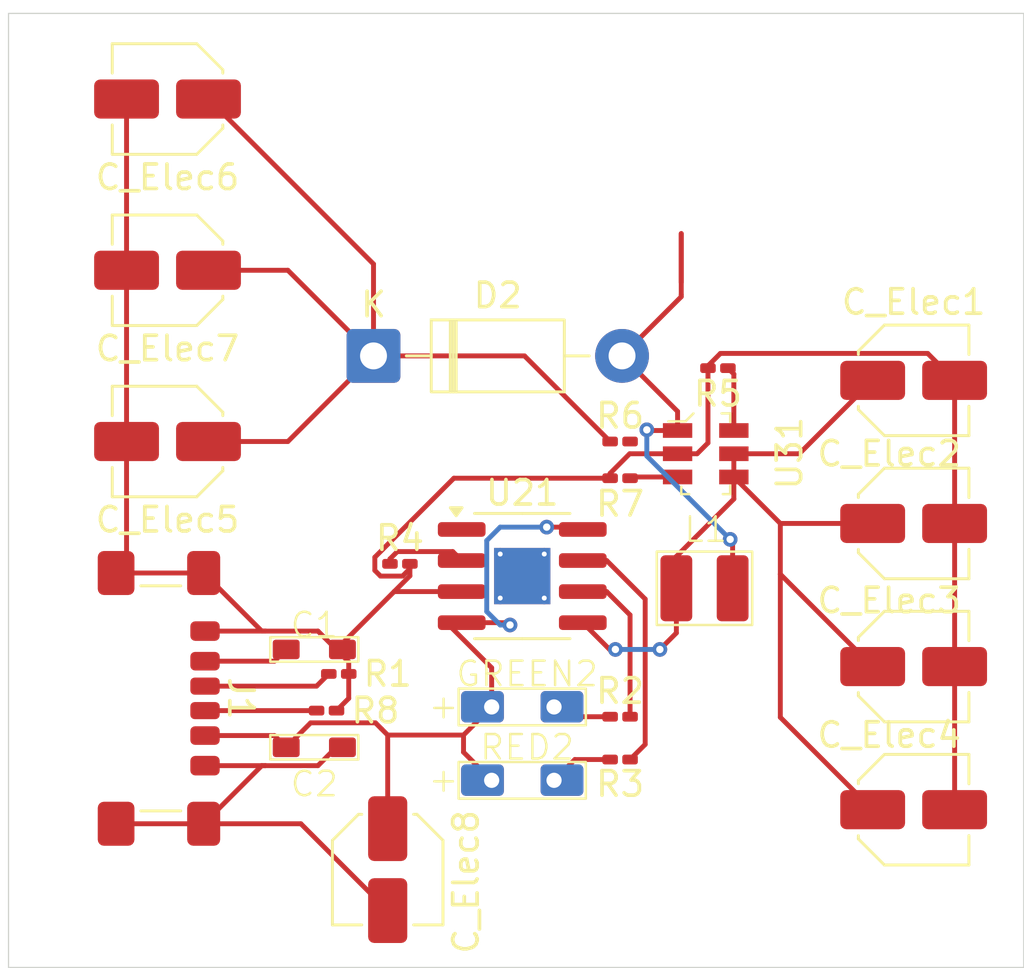
<source format=kicad_pcb>
(kicad_pcb (version 20241229) (generator "pcbnew") (generator_version "9.0")
  (layers (0 "F.Cu" signal) (2 "B.Cu" signal) (13 "F.Paste" user) (15 "B.Paste" user) (5 "F.SilkS" user "F.Silkscreen") (7 "B.SilkS" user "B.Silkscreen") (1 "F.Mask" user) (3 "B.Mask" user) (25 "Edge.Cuts" user))
  (net 0 "")
  (net 1 "BAT-")
  (net 2 "VBUS")
  (net 3 "Net-(J1-VBUS_B)")
  (net 4 "VCC")
  (net 5 "Net-(D2-A)")
  (net 6 "Net-(GREEN2-K)")
  (net 7 "Net-(J1-CC1)")
  (net 8 "Net-(J1-CC2)")
  (net 9 "BAT+")
  (net 10 "Net-(RED2-K)")
  (net 11 "Net-(U31-FB)")
  (net 12 "Net-(U21-STDBY#)")
  (net 13 "Net-(U21-CHRG#)")
  (net 14 "Net-(U21-PROG)")
  (net 15 "Net-(U31-OC)")
  (footprint "Diode_THT:D_DO-41_SOD81_P10.16mm_Horizontal" (layer "F.Cu") (at 73.42 89.5)
    (property "Reference" "D2" (at 5.08 -2.47 0) (layer "F.SilkS"))
    (property "Value" "D1")
    (fp_line (start 1.34 0) (end 2.36 0) (stroke (width 0.12)) (layer "F.SilkS"))
    (fp_line (start 3.14 -1.47) (end 3.14 1.47) (stroke (width 0.12)) (layer "F.SilkS"))
    (fp_line (start 3.26 -1.47) (end 3.26 1.47) (stroke (width 0.12)) (layer "F.SilkS"))
    (fp_line (start 3.38 -1.47) (end 3.38 1.47) (stroke (width 0.12)) (layer "F.SilkS"))
    (fp_line (start 8.82 0) (end 7.8 0) (stroke (width 0.12)) (layer "F.SilkS"))
    (fp_rect (start 2.36 -1.47) (end 7.8 1.47) (stroke (width 0.12)) (fill no) (layer "F.SilkS"))
    (fp_text user "K" (at 0 -2.1 0) (layer "F.SilkS"))
    (pad "1" thru_hole roundrect (at 0 0) (size 2.2 2.2) (drill 1.1) (layers "*.Cu" "*.Mask") (roundrect_rratio 0.113636) (net 4 "VCC"))
    (pad "2" thru_hole circle (at 10.16 0) (size 2.2 2.2) (drill 1.1) (layers "*.Cu" "*.Mask") (net 5 "Net-(D2-A)"))
  )
  (footprint "Capacitor_SMD:C_Elec_4x5.4" (layer "F.Cu") (at 65 86 180)
    (property "Reference" "C_Elec7" (at 0 -3.2 0) (layer "F.SilkS"))
    (property "Value" "10uF")
    (fp_line (start 2.26 2.26) (end 2.26 1.06) (stroke (width 0.12)) (layer "F.SilkS"))
    (fp_line (start 2.26 -2.26) (end 2.26 -1.06) (stroke (width 0.12)) (layer "F.SilkS"))
    (fp_line (start -1.195563 2.26) (end 2.26 2.26) (stroke (width 0.12)) (layer "F.SilkS"))
    (fp_line (start -1.195563 -2.26) (end 2.26 -2.26) (stroke (width 0.12)) (layer "F.SilkS"))
    (fp_line (start -2.26 1.195563) (end -1.195563 2.26) (stroke (width 0.12)) (layer "F.SilkS"))
    (fp_line (start -2.26 1.195563) (end -2.26 1.06) (stroke (width 0.12)) (layer "F.SilkS"))
    (fp_line (start -2.26 -1.195563) (end -1.195563 -2.26) (stroke (width 0.12)) (layer "F.SilkS"))
    (fp_line (start -2.26 -1.195563) (end -2.26 -1.06) (stroke (width 0.12)) (layer "F.SilkS"))
    (pad "1" smd roundrect (at -1.675 0 180) (size 2.65 1.6) (layers "F.Cu" "F.Mask" "F.Paste") (roundrect_rratio 0.15625) (net 4 "VCC"))
    (pad "2" smd roundrect (at 1.675 0 180) (size 2.65 1.6) (layers "F.Cu" "F.Mask" "F.Paste") (roundrect_rratio 0.15625) (net 1 "BAT-"))
  )
  (footprint "Resistor_SMD:R_0201_0603Metric_Pad0.64x0.40mm_HandSolder" (layer "F.Cu") (at 71.5 104)
    (property "Reference" "R8" (at 2 0 0) (layer "F.SilkS"))
    (property "Value" "10k")
    (pad "1" smd roundrect (at -0.4075 0) (size 0.635 0.4) (layers "F.Cu" "F.Mask") (net 8 "Net-(J1-CC2)"))
    (pad "2" smd roundrect (at 0.4075 0) (size 0.635 0.4) (layers "F.Cu" "F.Mask") (net 1 "BAT-"))
  )
  (footprint "Capacitor_SMD:C_Elec_4x5.4" (layer "F.Cu") (at 65 79 180)
    (property "Reference" "C_Elec6" (at 0 -3.2 0) (layer "F.SilkS"))
    (property "Value" "10uF")
    (fp_line (start 2.26 2.26) (end 2.26 1.06) (stroke (width 0.12)) (layer "F.SilkS"))
    (fp_line (start 2.26 -2.26) (end 2.26 -1.06) (stroke (width 0.12)) (layer "F.SilkS"))
    (fp_line (start -1.195563 2.26) (end 2.26 2.26) (stroke (width 0.12)) (layer "F.SilkS"))
    (fp_line (start -1.195563 -2.26) (end 2.26 -2.26) (stroke (width 0.12)) (layer "F.SilkS"))
    (fp_line (start -2.26 1.195563) (end -1.195563 2.26) (stroke (width 0.12)) (layer "F.SilkS"))
    (fp_line (start -2.26 1.195563) (end -2.26 1.06) (stroke (width 0.12)) (layer "F.SilkS"))
    (fp_line (start -2.26 -1.195563) (end -1.195563 -2.26) (stroke (width 0.12)) (layer "F.SilkS"))
    (fp_line (start -2.26 -1.195563) (end -2.26 -1.06) (stroke (width 0.12)) (layer "F.SilkS"))
    (pad "1" smd roundrect (at -1.675 0 180) (size 2.65 1.6) (layers "F.Cu" "F.Mask" "F.Paste") (roundrect_rratio 0.15625) (net 4 "VCC"))
    (pad "2" smd roundrect (at 1.675 0 180) (size 2.65 1.6) (layers "F.Cu" "F.Mask" "F.Paste") (roundrect_rratio 0.15625) (net 1 "BAT-"))
  )
  (footprint "Library:red diode" (layer "F.Cu") (at 79.5 103.5)
    (property "Reference" "GREEN2" (at 0.2 -1 0) (layer "F.SilkS") (effects (font (thickness 0.1))))
    (property "Value" "LED")
    (fp_rect (start -2.6 -0.4) (end 2.6 1.1) (stroke (width 0.1)) (fill no) (layer "F.SilkS"))
    (fp_text user "+" (at -3.9 0.9 0) (layer "F.SilkS") (effects (font (thickness 0.1)) (justify left bottom)))
    (pad "1" thru_hole roundrect (at 1.3 0.35) (size 1.75 1.285) (drill 0.62 (offset 0.325 -0.0075)) (layers "*.Cu" "*.Mask") (roundrect_rratio 0.15) (net 6 "Net-(GREEN2-K)"))
    (pad "2" thru_hole roundrect (at -1.25 0.35) (size 1.75 1.285) (drill 0.62 (offset -0.375 -0.0075)) (layers "*.Cu" "*.Mask") (roundrect_rratio 0.15) (net 2 "VBUS"))
  )
  (footprint "Resistor_SMD:R_0201_0603Metric_Pad0.64x0.40mm_HandSolder" (layer "F.Cu") (at 83.5 106)
    (property "Reference" "R3" (at 0 1 0) (layer "F.SilkS"))
    (property "Value" "600")
    (pad "1" smd roundrect (at -0.4075 0) (size 0.635 0.4) (layers "F.Cu" "F.Mask") (net 10 "Net-(RED2-K)"))
    (pad "2" smd roundrect (at 0.4075 0) (size 0.635 0.4) (layers "F.Cu" "F.Mask") (net 13 "Net-(U21-CHRG#)"))
  )
  (footprint "Resistor_SMD:R_0201_0603Metric_Pad0.64x0.40mm_HandSolder" (layer "F.Cu") (at 72 102.5)
    (property "Reference" "R1" (at 2 0 0) (layer "F.SilkS"))
    (property "Value" "10k")
    (pad "1" smd roundrect (at -0.4075 0) (size 0.635 0.4) (layers "F.Cu" "F.Mask") (net 7 "Net-(J1-CC1)"))
    (pad "2" smd roundrect (at 0.4075 0) (size 0.635 0.4) (layers "F.Cu" "F.Mask") (net 1 "BAT-"))
  )
  (footprint "Capacitor_SMD:C_Elec_4x5.4" (layer "F.Cu") (at 95.5 90.5)
    (property "Reference" "C_Elec1" (at 0 -3.2 0) (layer "F.SilkS"))
    (property "Value" "10uF")
    (fp_line (start -2.26 -1.195563) (end -2.26 -1.06) (stroke (width 0.12)) (layer "F.SilkS"))
    (fp_line (start -2.26 -1.195563) (end -1.195563 -2.26) (stroke (width 0.12)) (layer "F.SilkS"))
    (fp_line (start -2.26 1.195563) (end -2.26 1.06) (stroke (width 0.12)) (layer "F.SilkS"))
    (fp_line (start -2.26 1.195563) (end -1.195563 2.26) (stroke (width 0.12)) (layer "F.SilkS"))
    (fp_line (start -1.195563 -2.26) (end 2.26 -2.26) (stroke (width 0.12)) (layer "F.SilkS"))
    (fp_line (start -1.195563 2.26) (end 2.26 2.26) (stroke (width 0.12)) (layer "F.SilkS"))
    (fp_line (start 2.26 -2.26) (end 2.26 -1.06) (stroke (width 0.12)) (layer "F.SilkS"))
    (fp_line (start 2.26 2.26) (end 2.26 1.06) (stroke (width 0.12)) (layer "F.SilkS"))
    (pad "1" smd roundrect (at -1.675 0) (size 2.65 1.6) (layers "F.Cu" "F.Mask" "F.Paste") (roundrect_rratio 0.15625) (net 9 "BAT+"))
    (pad "2" smd roundrect (at 1.675 0) (size 2.65 1.6) (layers "F.Cu" "F.Mask" "F.Paste") (roundrect_rratio 0.15625) (net 1 "BAT-"))
  )
  (footprint "Library:C0805F104K1RACAUTO" (layer "F.Cu") (at 71 101.5)
    (property "Reference" "C1" (at 0 -1 0) (layer "F.SilkS") (effects (font (thickness 0.1))))
    (property "Value" "100n")
    (fp_rect (start -1.8 -0.5) (end 1.8 0.5) (stroke (width 0.1)) (fill no) (layer "F.SilkS"))
    (pad "1" smd roundrect (at -1.15 0) (size 1.1 0.8) (layers "F.Cu" "F.Mask" "F.Paste") (roundrect_rratio 0.15) (net 3 "Net-(J1-VBUS_B)"))
    (pad "2" smd roundrect (at 0.9 0) (size 1.1 0.8) (drill (offset 0.25 0)) (layers "F.Cu" "F.Mask" "F.Paste") (roundrect_rratio 0.15) (net 1 "BAT-"))
  )
  (footprint "Resistor_SMD:R_0201_0603Metric_Pad0.64x0.40mm_HandSolder" (layer "F.Cu") (at 83.5 104.25)
    (property "Reference" "R2" (at 0 -1.05 0) (layer "F.SilkS"))
    (property "Value" "600")
    (pad "1" smd roundrect (at -0.4075 0) (size 0.635 0.4) (layers "F.Cu" "F.Mask") (net 6 "Net-(GREEN2-K)"))
    (pad "2" smd roundrect (at 0.4075 0) (size 0.635 0.4) (layers "F.Cu" "F.Mask") (net 12 "Net-(U21-STDBY#)"))
  )
  (footprint "Connector_USB:USB_C_Receptacle_GCT_USB4135-GF-A_6P_TopMnt_Horizontal" (layer "F.Cu") (at 63.5 103.5 -90)
    (property "Reference" "J1" (at 0 -4.5 270) (layer "F.SilkS"))
    (property "Value" "USB4135-GF-A_REVA")
    (fp_line (start -4.6 -2.04) (end -4.6 -0.41) (stroke (width 0.12)) (layer "F.SilkS"))
    (fp_line (start 4.6 -2.04) (end 4.6 -0.41) (stroke (width 0.12)) (layer "F.SilkS"))
    (pad "A5" smd roundrect (at -0.5 -3.0325 270) (size 0.7 1.2) (layers "F.Cu" "F.Mask" "F.Paste") (net 7 "Net-(J1-CC1)"))
    (pad "A9" smd roundrect (at 1.52 -3.0325 90) (size 0.76 1.2) (layers "F.Cu" "F.Mask" "F.Paste") (net 2 "VBUS"))
    (pad "A12" smd roundrect (at 2.75 -3.0325 90) (size 0.8 1.2) (layers "F.Cu" "F.Mask" "F.Paste") (net 1 "BAT-"))
    (pad "B5" smd roundrect (at 0.5 -3.0325 90) (size 0.7 1.2) (layers "F.Cu" "F.Mask" "F.Paste") (net 8 "Net-(J1-CC2)"))
    (pad "B9" smd roundrect (at -1.52 -3.0325 270) (size 0.76 1.2) (layers "F.Cu" "F.Mask" "F.Paste") (net 3 "Net-(J1-VBUS_B)"))
    (pad "B12" smd roundrect (at -2.75 -3.0325 270) (size 0.8 1.2) (layers "F.Cu" "F.Mask" "F.Paste") (net 1 "BAT-"))
    (pad "S1" smd roundrect (at -5.125 -2.9775 270) (size 1.8 1.35) (layers "F.Cu" "F.Mask" "F.Paste") (roundrect_rratio 0.1851851852) (net 1 "BAT-"))
    (pad "S1" smd roundrect (at -5.125 0.6025 270) (size 1.8 1.5) (layers "F.Cu" "F.Mask" "F.Paste") (roundrect_rratio 0.1666666667) (net 1 "BAT-"))
    (pad "S1" smd roundrect (at 5.125 -2.9775 270) (size 1.8 1.35) (layers "F.Cu" "F.Mask" "F.Paste") (roundrect_rratio 0.1851851852) (net 1 "BAT-"))
    (pad "S1" smd roundrect (at 5.125 0.6025 270) (size 1.8 1.5) (layers "F.Cu" "F.Mask" "F.Paste") (roundrect_rratio 0.1666666667) (net 1 "BAT-"))
  )
  (footprint "Resistor_SMD:R_0201_0603Metric_Pad0.64x0.40mm_HandSolder" (layer "F.Cu") (at 87.5 90 180)
    (property "Reference" "R5" (at 0 -1.05 0) (layer "F.SilkS"))
    (property "Value" "48k")
    (pad "1" smd roundrect (at -0.4075 0 180) (size 0.635 0.4) (layers "F.Cu" "F.Mask") (net 15 "Net-(U31-OC)"))
    (pad "2" smd roundrect (at 0.4075 0 180) (size 0.635 0.4) (layers "F.Cu" "F.Mask") (net 1 "BAT-"))
  )
  (footprint "Resistor_SMD:R_0201_0603Metric_Pad0.64x0.40mm_HandSolder" (layer "F.Cu") (at 83.5 93)
    (property "Reference" "R6" (at 0 -1.05 0) (layer "F.SilkS"))
    (property "Value" "88k")
    (pad "1" smd roundrect (at -0.4075 0) (size 0.635 0.4) (layers "F.Cu" "F.Mask") (net 4 "VCC"))
    (pad "2" smd roundrect (at 0.4075 0) (size 0.635 0.4) (layers "F.Cu" "F.Mask") (net 11 "Net-(U31-FB)"))
  )
  (footprint "Capacitor_SMD:C_Elec_4x5.4" (layer "F.Cu") (at 74 110.5 -90)
    (property "Reference" "C_Elec8" (at 0.5 -3.2 90) (layer "F.SilkS"))
    (property "Value" "10uF")
    (fp_line (start -1.195563 2.26) (end 2.26 2.26) (stroke (width 0.12)) (layer "F.SilkS"))
    (fp_line (start 2.26 2.26) (end 2.26 1.06) (stroke (width 0.12)) (layer "F.SilkS"))
    (fp_line (start -2.26 1.195563) (end -1.195563 2.26) (stroke (width 0.12)) (layer "F.SilkS"))
    (fp_line (start -2.26 1.195563) (end -2.26 1.06) (stroke (width 0.12)) (layer "F.SilkS"))
    (fp_line (start -2.26 -1.195563) (end -2.26 -1.06) (stroke (width 0.12)) (layer "F.SilkS"))
    (fp_line (start -2.26 -1.195563) (end -1.195563 -2.26) (stroke (width 0.12)) (layer "F.SilkS"))
    (fp_line (start -1.195563 -2.26) (end 2.26 -2.26) (stroke (width 0.12)) (layer "F.SilkS"))
    (fp_line (start 2.26 -2.26) (end 2.26 -1.06) (stroke (width 0.12)) (layer "F.SilkS"))
    (pad "1" smd roundrect (at -1.675 0 270) (size 2.65 1.6) (layers "F.Cu" "F.Mask" "F.Paste") (roundrect_rratio 0.15625) (net 2 "VBUS"))
    (pad "2" smd roundrect (at 1.675 0 270) (size 2.65 1.6) (layers "F.Cu" "F.Mask" "F.Paste") (roundrect_rratio 0.15625) (net 1 "BAT-"))
  )
  (footprint "Library:SOT23-6L" (layer "F.Cu") (at 87 93.5 -90)
    (property "Reference" "U31" (at -0.025 -3.425 90) (layer "F.SilkS"))
    (property "Value" "FP6291")
    (fp_line (start 1.65 1) (end 1.35 1) (stroke (width 0.1)) (layer "F.SilkS"))
    (fp_line (start -1.325 0.825) (end -1.325 1.525) (stroke (width 0.1)) (layer "F.SilkS"))
    (fp_line (start 1.65 0.675) (end 1.65 1) (stroke (width 0.1)) (layer "F.SilkS"))
    (fp_line (start -1.65 0.5) (end -1.325 0.825) (stroke (width 0.1)) (layer "F.SilkS"))
    (fp_line (start -1.65 -1) (end -1.65 -0.65) (stroke (width 0.1)) (layer "F.SilkS"))
    (fp_line (start -1.3 -1) (end -1.65 -1) (stroke (width 0.1)) (layer "F.SilkS"))
    (fp_line (start 1.3 -1) (end 1.65 -1) (stroke (width 0.1)) (layer "F.SilkS"))
    (fp_line (start 1.65 -1) (end 1.65 -0.7) (stroke (width 0.1)) (layer "F.SilkS"))
    (pad "1" smd rect (at -0.95 1.15 270) (size 0.6 1.2) (layers "F.Cu" "F.Mask" "F.Paste") (net 5 "Net-(D2-A)"))
    (pad "2" smd rect (at 0 1.15 270) (size 0.6 1.2) (layers "F.Cu" "F.Mask" "F.Paste") (net 1 "BAT-"))
    (pad "3" smd rect (at 0.95 1.15 270) (size 0.6 1.2) (layers "F.Cu" "F.Mask" "F.Paste") (net 11 "Net-(U31-FB)"))
    (pad "4" smd rect (at 0.95 -1.15 270) (size 0.6 1.2) (layers "F.Cu" "F.Mask" "F.Paste") (net 9 "BAT+"))
    (pad "5" smd rect (at 0 -1.15 270) (size 0.6 1.2) (layers "F.Cu" "F.Mask" "F.Paste") (net 9 "BAT+"))
    (pad "6" smd rect (at -0.95 -1.15 270) (size 0.6 1.2) (layers "F.Cu" "F.Mask" "F.Paste") (net 15 "Net-(U31-OC)"))
  )
  (footprint "Capacitor_SMD:C_Elec_4x5.4" (layer "F.Cu") (at 95.5 102.2)
    (property "Reference" "C_Elec3" (at -1 -2.7 0) (layer "F.SilkS"))
    (property "Value" "10uF")
    (fp_line (start -2.26 -1.195563) (end -2.26 -1.06) (stroke (width 0.12)) (layer "F.SilkS"))
    (fp_line (start -2.26 -1.195563) (end -1.195563 -2.26) (stroke (width 0.12)) (layer "F.SilkS"))
    (fp_line (start -2.26 1.195563) (end -2.26 1.06) (stroke (width 0.12)) (layer "F.SilkS"))
    (fp_line (start -2.26 1.195563) (end -1.195563 2.26) (stroke (width 0.12)) (layer "F.SilkS"))
    (fp_line (start -1.195563 -2.26) (end 2.26 -2.26) (stroke (width 0.12)) (layer "F.SilkS"))
    (fp_line (start -1.195563 2.26) (end 2.26 2.26) (stroke (width 0.12)) (layer "F.SilkS"))
    (fp_line (start 2.26 -2.26) (end 2.26 -1.06) (stroke (width 0.12)) (layer "F.SilkS"))
    (fp_line (start 2.26 2.26) (end 2.26 1.06) (stroke (width 0.12)) (layer "F.SilkS"))
    (pad "1" smd roundrect (at -1.675 0) (size 2.65 1.6) (layers "F.Cu" "F.Mask" "F.Paste") (roundrect_rratio 0.15625) (net 9 "BAT+"))
    (pad "2" smd roundrect (at 1.675 0) (size 2.65 1.6) (layers "F.Cu" "F.Mask" "F.Paste") (roundrect_rratio 0.15625) (net 1 "BAT-"))
  )
  (footprint "Library:C0805F104K1RACAUTO" (layer "F.Cu") (at 71 105.5)
    (property "Reference" "C2" (at 0 1.5 0) (layer "F.SilkS") (effects (font (thickness 0.1))))
    (property "Value" "100n")
    (fp_rect (start -1.8 -0.5) (end 1.8 0.5) (stroke (width 0.1)) (fill no) (layer "F.SilkS"))
    (pad "1" smd roundrect (at -1.15 0) (size 1.1 0.8) (layers "F.Cu" "F.Mask" "F.Paste") (roundrect_rratio 0.15) (net 2 "VBUS"))
    (pad "2" smd roundrect (at 0.9 0) (size 1.1 0.8) (drill (offset 0.25 0)) (layers "F.Cu" "F.Mask" "F.Paste") (roundrect_rratio 0.15) (net 1 "BAT-"))
  )
  (footprint "Library:LCXHF3030QKT4R7MNR" (layer "F.Cu") (at 87 99)
    (property "Reference" "L1" (at 0 -2.4 0) (layer "F.SilkS") (effects (font (thickness 0.1))))
    (property "Value" "4.7uH")
    (fp_rect (start -2 -1.5) (end 1.9 1.5) (stroke (width 0.1)) (fill no) (layer "F.SilkS"))
    (pad "1" smd roundrect (at -1.2 0) (size 1.3 2.7) (layers "F.Cu" "F.Mask" "F.Paste") (roundrect_rratio 0.15) (net 9 "BAT+"))
    (pad "2" smd roundrect (at 1.1 0) (size 1.3 2.7) (layers "F.Cu" "F.Mask" "F.Paste") (roundrect_rratio 0.15) (net 5 "Net-(D2-A)"))
  )
  (footprint "Capacitor_SMD:C_Elec_4x5.4" (layer "F.Cu") (at 95.5 108.05)
    (property "Reference" "C_Elec4" (at -1 -3.05 0) (layer "F.SilkS"))
    (property "Value" "10uF")
    (fp_line (start -2.26 -1.195563) (end -2.26 -1.06) (stroke (width 0.12)) (layer "F.SilkS"))
    (fp_line (start -2.26 -1.195563) (end -1.195563 -2.26) (stroke (width 0.12)) (layer "F.SilkS"))
    (fp_line (start -2.26 1.195563) (end -2.26 1.06) (stroke (width 0.12)) (layer "F.SilkS"))
    (fp_line (start -2.26 1.195563) (end -1.195563 2.26) (stroke (width 0.12)) (layer "F.SilkS"))
    (fp_line (start -1.195563 -2.26) (end 2.26 -2.26) (stroke (width 0.12)) (layer "F.SilkS"))
    (fp_line (start -1.195563 2.26) (end 2.26 2.26) (stroke (width 0.12)) (layer "F.SilkS"))
    (fp_line (start 2.26 -2.26) (end 2.26 -1.06) (stroke (width 0.12)) (layer "F.SilkS"))
    (fp_line (start 2.26 2.26) (end 2.26 1.06) (stroke (width 0.12)) (layer "F.SilkS"))
    (pad "1" smd roundrect (at -1.675 0) (size 2.65 1.6) (layers "F.Cu" "F.Mask" "F.Paste") (roundrect_rratio 0.15625) (net 9 "BAT+"))
    (pad "2" smd roundrect (at 1.675 0) (size 2.65 1.6) (layers "F.Cu" "F.Mask" "F.Paste") (roundrect_rratio 0.15625) (net 1 "BAT-"))
  )
  (footprint "Package_SO:HSOP-8-1EP_3.9x4.9mm_P1.27mm_EP2.3x2.3mm_ThermalVias" (layer "F.Cu") (at 79.5 98.5)
    (property "Reference" "U21" (at 0 -3.4 0) (layer "F.SilkS"))
    (property "Value" "TP4056")
    (fp_line (start 0 -2.56) (end -1.95 -2.56) (stroke (width 0.12)) (layer "F.SilkS"))
    (fp_line (start 0 -2.56) (end 1.95 -2.56) (stroke (width 0.12)) (layer "F.SilkS"))
    (fp_line (start 0 2.56) (end -1.95 2.56) (stroke (width 0.12)) (layer "F.SilkS"))
    (fp_line (start 0 2.56) (end 1.95 2.56) (stroke (width 0.12)) (layer "F.SilkS"))
    (fp_poly (pts (xy -2.7 -2.465) (xy -2.94 -2.795) (xy -2.46 -2.795)) (stroke (width 0.12)) (fill yes) (layer "F.SilkS"))
    (pad "1" smd roundrect (at -2.475 -1.905) (size 1.95 0.6) (layers "F.Cu" "F.Mask" "F.Paste"))
    (pad "2" smd roundrect (at -2.475 -0.635) (size 1.95 0.6) (layers "F.Cu" "F.Mask" "F.Paste") (net 14 "Net-(U21-PROG)"))
    (pad "3" smd roundrect (at -2.475 0.635) (size 1.95 0.6) (layers "F.Cu" "F.Mask" "F.Paste") (net 1 "BAT-"))
    (pad "4" smd roundrect (at -2.475 1.905) (size 1.95 0.6) (layers "F.Cu" "F.Mask" "F.Paste") (net 2 "VBUS"))
    (pad "5" smd roundrect (at 2.475 1.905) (size 1.95 0.6) (layers "F.Cu" "F.Mask" "F.Paste") (net 9 "BAT+"))
    (pad "6" smd roundrect (at 2.475 0.635) (size 1.95 0.6) (layers "F.Cu" "F.Mask" "F.Paste") (net 12 "Net-(U21-STDBY#)"))
    (pad "7" smd roundrect (at 2.475 -0.635) (size 1.95 0.6) (layers "F.Cu" "F.Mask" "F.Paste") (net 13 "Net-(U21-CHRG#)"))
    (pad "8" smd roundrect (at 2.475 -1.905) (size 1.95 0.6) (layers "F.Cu" "F.Mask" "F.Paste") (net 2 "VBUS"))
    (pad "9" thru_hole circle (at -0.9 -0.9) (size 0.5 0.5) (drill 0.2) (property pad_prop_heatsink) (layers "*.Cu"))
    (pad "9" thru_hole circle (at -0.9 0.9) (size 0.5 0.5) (drill 0.2) (property pad_prop_heatsink) (layers "*.Cu"))
    (pad "9" smd rect (at 0 0) (size 2.3 2.3) (property pad_prop_heatsink) (layers "F.Cu" "F.Mask"))
    (pad "9" smd rect (at 0 0) (size 2.3 2.3) (property pad_prop_heatsink) (layers "B.Cu"))
    (pad "9" thru_hole circle (at 0.9 -0.9) (size 0.5 0.5) (drill 0.2) (property pad_prop_heatsink) (layers "*.Cu"))
    (pad "9" thru_hole circle (at 0.9 0.9) (size 0.5 0.5) (drill 0.2) (property pad_prop_heatsink) (layers "*.Cu"))
  )
  (footprint "Capacitor_SMD:C_Elec_4x5.4" (layer "F.Cu") (at 95.5 96.35)
    (property "Reference" "C_Elec2" (at -1 -2.85 0) (layer "F.SilkS"))
    (property "Value" "10uF")
    (fp_line (start -2.26 -1.195563) (end -2.26 -1.06) (stroke (width 0.12)) (layer "F.SilkS"))
    (fp_line (start -2.26 -1.195563) (end -1.195563 -2.26) (stroke (width 0.12)) (layer "F.SilkS"))
    (fp_line (start -2.26 1.195563) (end -2.26 1.06) (stroke (width 0.12)) (layer "F.SilkS"))
    (fp_line (start -2.26 1.195563) (end -1.195563 2.26) (stroke (width 0.12)) (layer "F.SilkS"))
    (fp_line (start -1.195563 -2.26) (end 2.26 -2.26) (stroke (width 0.12)) (layer "F.SilkS"))
    (fp_line (start -1.195563 2.26) (end 2.26 2.26) (stroke (width 0.12)) (layer "F.SilkS"))
    (fp_line (start 2.26 -2.26) (end 2.26 -1.06) (stroke (width 0.12)) (layer "F.SilkS"))
    (fp_line (start 2.26 2.26) (end 2.26 1.06) (stroke (width 0.12)) (layer "F.SilkS"))
    (pad "1" smd roundrect (at -1.675 0) (size 2.65 1.6) (layers "F.Cu" "F.Mask" "F.Paste") (roundrect_rratio 0.15625) (net 9 "BAT+"))
    (pad "2" smd roundrect (at 1.675 0) (size 2.65 1.6) (layers "F.Cu" "F.Mask" "F.Paste") (roundrect_rratio 0.15625) (net 1 "BAT-"))
  )
  (footprint "Capacitor_SMD:C_Elec_4x5.4" (layer "F.Cu") (at 65 93 180)
    (property "Reference" "C_Elec5" (at 0 -3.2 0) (layer "F.SilkS"))
    (property "Value" "10uF")
    (fp_line (start 2.26 2.26) (end 2.26 1.06) (stroke (width 0.12)) (layer "F.SilkS"))
    (fp_line (start 2.26 -2.26) (end 2.26 -1.06) (stroke (width 0.12)) (layer "F.SilkS"))
    (fp_line (start -1.195563 2.26) (end 2.26 2.26) (stroke (width 0.12)) (layer "F.SilkS"))
    (fp_line (start -1.195563 -2.26) (end 2.26 -2.26) (stroke (width 0.12)) (layer "F.SilkS"))
    (fp_line (start -2.26 1.195563) (end -1.195563 2.26) (stroke (width 0.12)) (layer "F.SilkS"))
    (fp_line (start -2.26 1.195563) (end -2.26 1.06) (stroke (width 0.12)) (layer "F.SilkS"))
    (fp_line (start -2.26 -1.195563) (end -1.195563 -2.26) (stroke (width 0.12)) (layer "F.SilkS"))
    (fp_line (start -2.26 -1.195563) (end -2.26 -1.06) (stroke (width 0.12)) (layer "F.SilkS"))
    (pad "1" smd roundrect (at -1.675 0 180) (size 2.65 1.6) (layers "F.Cu" "F.Mask" "F.Paste") (roundrect_rratio 0.15625) (net 4 "VCC"))
    (pad "2" smd roundrect (at 1.675 0 180) (size 2.65 1.6) (layers "F.Cu" "F.Mask" "F.Paste") (roundrect_rratio 0.15625) (net 1 "BAT-"))
  )
  (footprint "Library:red diode" (layer "F.Cu") (at 79.5 106.5)
    (property "Reference" "RED2" (at 0.2 -1 0) (layer "F.SilkS") (effects (font (thickness 0.1))))
    (property "Value" "LED")
    (fp_rect (start -2.6 -0.4) (end 2.6 1.1) (stroke (width 0.1)) (fill no) (layer "F.SilkS"))
    (fp_text user "+" (at -3.9 0.9 0) (layer "F.SilkS") (effects (font (thickness 0.1)) (justify left bottom)))
    (pad "1" thru_hole roundrect (at 1.3 0.35) (size 1.75 1.285) (drill 0.62 (offset 0.325 -0.0075)) (layers "*.Cu" "*.Mask") (roundrect_rratio 0.15) (net 10 "Net-(RED2-K)"))
    (pad "2" thru_hole roundrect (at -1.25 0.35) (size 1.75 1.285) (drill 0.62 (offset -0.375 -0.0075)) (layers "*.Cu" "*.Mask") (roundrect_rratio 0.15) (net 2 "VBUS"))
  )
  (footprint "Resistor_SMD:R_0201_0603Metric_Pad0.64x0.40mm_HandSolder" (layer "F.Cu") (at 83.5 94.5 180)
    (property "Reference" "R7" (at 0 -1.05 0) (layer "F.SilkS"))
    (property "Value" "12k")
    (pad "1" smd roundrect (at -0.4075 0 180) (size 0.635 0.4) (layers "F.Cu" "F.Mask") (net 11 "Net-(U31-FB)"))
    (pad "2" smd roundrect (at 0.4075 0 180) (size 0.635 0.4) (layers "F.Cu" "F.Mask") (net 1 "BAT-"))
  )
  (footprint "Resistor_SMD:R_0201_0603Metric_Pad0.64x0.40mm_HandSolder" (layer "F.Cu") (at 74.5 98)
    (property "Reference" "R4" (at 0 -1.05 0) (layer "F.SilkS"))
    (property "Value" "1k2")
    (pad "1" smd roundrect (at -0.4075 0) (size 0.635 0.4) (layers "F.Cu" "F.Mask") (net 14 "Net-(U21-PROG)"))
    (pad "2" smd roundrect (at 0.4075 0) (size 0.635 0.4) (layers "F.Cu" "F.Mask") (net 1 "BAT-"))
  )
  (gr_rect (start 58.5 75.5) (end 100 114.5) (stroke (width 0.05)) (fill no) (layer "Edge.Cuts"))
  (segment (start 97.175 102.2) (end 97.175 96.35) (width 0.2) (layer "F.Cu") (net 1))
  (segment (start 63.325 93) (end 63.325 97.9475) (width 0.2) (layer "F.Cu") (net 1))
  (segment (start 73.474 98.26887) (end 73.70613 98.501) (width 0.2) (layer "F.Cu") (net 1))
  (segment (start 73.70613 98.501) (end 74.606499 98.501) (width 0.2) (layer "F.Cu") (net 1))
  (segment (start 71.15 100.75) (end 71.9 101.5) (width 0.2) (layer "F.Cu") (net 1))
  (segment (start 96.074 89.399) (end 87.601 89.399) (width 0.2) (layer "F.Cu") (net 1))
  (segment (start 71.9 105.5) (end 71.15 106.25) (width 0.2) (layer "F.Cu") (net 1))
  (segment (start 87.601 89.399) (end 87.0925 89.9075) (width 0.2) (layer "F.Cu") (net 1))
  (segment (start 76.70513 94.5) (end 73.474 97.73113) (width 0.2) (layer "F.Cu") (net 1))
  (segment (start 97.175 96.35) (end 97.175 90.5) (width 0.2) (layer "F.Cu") (net 1))
  (segment (start 66.4775 108.625) (end 68.8525 106.25) (width 0.2) (layer "F.Cu") (net 1))
  (segment (start 97.175 102.2) (end 97.175 108.05) (width 0.2) (layer "F.Cu") (net 1))
  (segment (start 62.8975 98.375) (end 66.4775 98.375) (width 0.2) (layer "F.Cu") (net 1))
  (segment (start 83.0925 94.300001) (end 83.892501 93.5) (width 0.2) (layer "F.Cu") (net 1))
  (segment (start 63.325 97.9475) (end 62.8975 98.375) (width 0.2) (layer "F.Cu") (net 1))
  (segment (start 66.5325 100.75) (end 69 100.75) (width 0.2) (layer "F.Cu") (net 1))
  (segment (start 71.9075 104) (end 72.4075 103.5) (width 0.2) (layer "F.Cu") (net 1))
  (segment (start 66.4775 98.375) (end 68.8525 100.75) (width 0.2) (layer "F.Cu") (net 1))
  (segment (start 68.8525 100.75) (end 69 100.75) (width 0.2) (layer "F.Cu") (net 1))
  (segment (start 70.45 108.625) (end 66.4775 108.625) (width 0.2) (layer "F.Cu") (net 1))
  (segment (start 68.8525 106.25) (end 69 106.25) (width 0.2) (layer "F.Cu") (net 1))
  (segment (start 74.9075 98.199999) (end 74.9075 98) (width 0.2) (layer "F.Cu") (net 1))
  (segment (start 87.0925 93.0575) (end 86.65 93.5) (width 0.2) (layer "F.Cu") (net 1))
  (segment (start 83.892501 93.5) (end 85.85 93.5) (width 0.2) (layer "F.Cu") (net 1))
  (segment (start 77.025 99.135) (end 74.265 99.135) (width 0.2) (layer "F.Cu") (net 1))
  (segment (start 87.0925 90) (end 87.0925 93.0575) (width 0.2) (layer "F.Cu") (net 1))
  (segment (start 62.8975 108.625) (end 66.4775 108.625) (width 0.2) (layer "F.Cu") (net 1))
  (segment (start 74.9075 98) (end 74.9075 98.4925) (width 0.2) (layer "F.Cu") (net 1))
  (segment (start 74 112.175) (end 70.45 108.625) (width 0.2) (layer "F.Cu") (net 1))
  (segment (start 71.9 104.0075) (end 71.9075 104) (width 0.2) (layer "F.Cu") (net 1))
  (segment (start 97.175 90.5) (end 96.074 89.399) (width 0.2) (layer "F.Cu") (net 1))
  (segment (start 72.4075 103.5) (end 72.4075 102.5) (width 0.2) (layer "F.Cu") (net 1))
  (segment (start 63.325 79) (end 63.325 86) (width 0.2) (layer "F.Cu") (net 1))
  (segment (start 69 106.25) (end 66.5325 106.25) (width 0.2) (layer "F.Cu") (net 1))
  (segment (start 74.606499 98.501) (end 74.9075 98.199999) (width 0.2) (layer "F.Cu") (net 1))
  (segment (start 83.0925 94.5) (end 76.70513 94.5) (width 0.2) (layer "F.Cu") (net 1))
  (segment (start 69 100.75) (end 71.15 100.75) (width 0.2) (layer "F.Cu") (net 1))
  (segment (start 72.4075 102.0075) (end 71.9 101.5) (width 0.2) (layer "F.Cu") (net 1))
  (segment (start 86.65 93.5) (end 85.85 93.5) (width 0.2) (layer "F.Cu") (net 1))
  (segment (start 71.15 106.25) (end 69 106.25) (width 0.2) (layer "F.Cu") (net 1))
  (segment (start 63.325 86) (end 63.325 93) (width 0.2) (layer "F.Cu") (net 1))
  (segment (start 74.9075 98.4925) (end 74.265 99.135) (width 0.2) (layer "F.Cu") (net 1))
  (segment (start 73.474 97.73113) (end 73.474 98.26887) (width 0.2) (layer "F.Cu") (net 1))
  (segment (start 74.265 99.135) (end 71.9 101.5) (width 0.2) (layer "F.Cu") (net 1))
  (segment (start 87.0925 89.9075) (end 87.0925 90) (width 0.2) (layer "F.Cu") (net 1))
  (segment (start 72.4075 102.5) (end 72.4075 102.0075) (width 0.2) (layer "F.Cu") (net 1))
  (segment (start 83.0925 94.5) (end 83.0925 94.300001) (width 0.2) (layer "F.Cu") (net 1))
  (segment (start 74 105) (end 74 108.825) (width 0.2) (layer "F.Cu") (net 2))
  (segment (start 73.75 104.75) (end 74 105) (width 0.2) (layer "F.Cu") (net 2))
  (segment (start 80.5 96.5) (end 81.88 96.5) (width 0.2) (layer "F.Cu") (net 2))
  (segment (start 81.88 96.5) (end 81.975 96.595) (width 0.2) (layer "F.Cu") (net 2))
  (segment (start 66.5325 105.02) (end 69.37 105.02) (width 0.2) (layer "F.Cu") (net 2))
  (segment (start 69.85 105.5) (end 70.85 104.5) (width 0.2) (layer "F.Cu") (net 2))
  (segment (start 76.5 100.5) (end 78.25 102.25) (width 0.2) (layer "F.Cu") (net 2))
  (segment (start 77.1 105) (end 78.25 103.85) (width 0.2) (layer "F.Cu") (net 2))
  (segment (start 74 105) (end 77.1 105) (width 0.2) (layer "F.Cu") (net 2))
  (segment (start 77.1 105) (end 77.1 105.7) (width 0.2) (layer "F.Cu") (net 2))
  (segment (start 69.37 105.02) (end 69.85 105.5) (width 0.2) (layer "F.Cu") (net 2))
  (segment (start 77.025 100.405) (end 76.595 100.405) (width 0.2) (layer "F.Cu") (net 2))
  (segment (start 78.905 100.405) (end 79 100.5) (width 0.2) (layer "F.Cu") (net 2))
  (segment (start 77.025 100.405) (end 78.905 100.405) (width 0.2) (layer "F.Cu") (net 2))
  (segment (start 78.25 102.25) (end 78.25 103.85) (width 0.2) (layer "F.Cu") (net 2))
  (segment (start 76.595 100.405) (end 76.5 100.5) (width 0.2) (layer "F.Cu") (net 2))
  (segment (start 77.1 105.7) (end 78.25 106.85) (width 0.2) (layer "F.Cu") (net 2))
  (segment (start 73.5 104.5) (end 73.75 104.75) (width 0.2) (layer "F.Cu") (net 2))
  (segment (start 70.85 104.5) (end 73.5 104.5) (width 0.2) (layer "F.Cu") (net 2))
  (via (at 79 100.5) (size 0.6) (drill 0.3) (layers "F.Cu" "B.Cu") (net 2))
  (via (at 80.5 96.5) (size 0.6) (drill 0.3) (layers "F.Cu" "B.Cu") (net 2))
  (segment (start 78.049 97.049) (end 78.598 96.5) (width 0.2) (layer "B.Cu") (net 2))
  (segment (start 78.049 99.951) (end 78.049 97.049) (width 0.2) (layer "B.Cu") (net 2))
  (segment (start 79 100.5) (end 78.598 100.5) (width 0.2) (layer "B.Cu") (net 2))
  (segment (start 78.598 100.5) (end 78.049 99.951) (width 0.2) (layer "B.Cu") (net 2))
  (segment (start 78.598 96.5) (end 80.5 96.5) (width 0.2) (layer "B.Cu") (net 2))
  (segment (start 69.37 101.98) (end 69.85 101.5) (width 0.2) (layer "F.Cu") (net 3))
  (segment (start 66.5325 101.98) (end 69.37 101.98) (width 0.2) (layer "F.Cu") (net 3))
  (segment (start 73.42 89.5) (end 73.42 85.745) (width 0.2) (layer "F.Cu") (net 4))
  (segment (start 66.675 86) (end 69.92 86) (width 0.2) (layer "F.Cu") (net 4))
  (segment (start 79.5925 89.5) (end 83.0925 93) (width 0.2) (layer "F.Cu") (net 4))
  (segment (start 69.92 86) (end 73.42 89.5) (width 0.2) (layer "F.Cu") (net 4))
  (segment (start 69.92 93) (end 73.42 89.5) (width 0.2) (layer "F.Cu") (net 4))
  (segment (start 73.42 85.745) (end 66.675 79) (width 0.2) (layer "F.Cu") (net 4))
  (segment (start 66.675 93) (end 69.92 93) (width 0.2) (layer "F.Cu") (net 4))
  (segment (start 73.42 89.5) (end 79.5925 89.5) (width 0.2) (layer "F.Cu") (net 4))
  (segment (start 83.58 89.5) (end 86 87.08) (width 0.2) (layer "F.Cu") (net 5))
  (segment (start 84.578427 92.521573) (end 84.55 92.55) (width 0.2) (layer "F.Cu") (net 5))
  (segment (start 86 87.08) (end 86 87) (width 0.2) (layer "F.Cu") (net 5))
  (segment (start 88 97) (end 88.1 97.1) (width 0.2) (layer "F.Cu") (net 5))
  (segment (start 86 84.5) (end 86 86.5) (width 0.2) (layer "F.Cu") (net 5))
  (segment (start 85.85 92.55) (end 84.55 92.55) (width 0.2) (layer "F.Cu") (net 5))
  (segment (start 86 87) (end 86 84.5) (width 0.2) (layer "F.Cu") (net 5))
  (segment (start 84.592269 92.521573) (end 84.578427 92.521573) (width 0.2) (layer "F.Cu") (net 5))
  (segment (start 88.1 97.1) (end 88.1 99) (width 0.2) (layer "F.Cu") (net 5))
  (segment (start 85.85 92.55) (end 85.85 91.77) (width 0.2) (layer "F.Cu") (net 5))
  (segment (start 85.85 91.77) (end 83.58 89.5) (width 0.2) (layer "F.Cu") (net 5))
  (via (at 84.592269 92.521573) (size 0.6) (drill 0.3) (layers "F.Cu" "B.Cu") (net 5))
  (via (at 88 97) (size 0.6) (drill 0.3) (layers "F.Cu" "B.Cu") (net 5))
  (segment (start 84.592269 93.592269) (end 88 97) (width 0.2) (layer "B.Cu") (net 5))
  (segment (start 84.592269 92.521573) (end 84.592269 93.592269) (width 0.2) (layer "B.Cu") (net 5))
  (segment (start 80.8 103.85) (end 81.2 104.25) (width 0.2) (layer "F.Cu") (net 6))
  (segment (start 81.2 104.25) (end 83.0925 104.25) (width 0.2) (layer "F.Cu") (net 6))
  (segment (start 66.5325 103) (end 71.0925 103) (width 0.2) (layer "F.Cu") (net 7))
  (segment (start 71.0925 103) (end 71.5925 102.5) (width 0.2) (layer "F.Cu") (net 7))
  (segment (start 66.5325 104) (end 71.0925 104) (width 0.2) (layer "F.Cu") (net 8))
  (segment (start 93.825 90.5) (end 90.825 93.5) (width 0.2) (layer "F.Cu") (net 9))
  (segment (start 85.8 99) (end 85.8 97.7) (width 0.2) (layer "F.Cu") (net 9))
  (segment (start 90.05 96.35) (end 88.15 94.45) (width 0.2) (layer "F.Cu") (net 9))
  (segment (start 81.975 100.405) (end 83.07 101.5) (width 0.2) (layer "F.Cu") (net 9))
  (segment (start 85.8 97.7) (end 88.15 95.35) (width 0.2) (layer "F.Cu") (net 9))
  (segment (start 88.15 93.5) (end 88.15 94.45) (width 0.2) (layer "F.Cu") (net 9))
  (segment (start 93.825 108.05) (end 90.05 104.275) (width 0.2) (layer "F.Cu") (net 9))
  (segment (start 83.07 101.5) (end 83.3075 101.5) (width 0.2) (layer "F.Cu") (net 9))
  (segment (start 90.825 93.5) (end 88.15 93.5) (width 0.2) (layer "F.Cu") (net 9))
  (segment (start 90.05 98.425) (end 93.825 102.2) (width 0.2) (layer "F.Cu") (net 9))
  (segment (start 88.15 95.35) (end 88.15 94.45) (width 0.2) (layer "F.Cu") (net 9))
  (segment (start 93.825 96.35) (end 90.05 96.35) (width 0.2) (layer "F.Cu") (net 9))
  (segment (start 85.8 100.826) (end 85.8 99) (width 0.2) (layer "F.Cu") (net 9))
  (segment (start 90.05 104.275) (end 90.05 98.425) (width 0.2) (layer "F.Cu") (net 9))
  (segment (start 90.05 96.35) (end 90.05 98.425) (width 0.2) (layer "F.Cu") (net 9))
  (segment (start 85.126 101.5) (end 85.8 100.826) (width 0.2) (layer "F.Cu") (net 9))
  (via (at 85.126 101.5) (size 0.6) (drill 0.3) (layers "F.Cu" "B.Cu") (net 9))
  (via (at 83.3075 101.5) (size 0.6) (drill 0.3) (layers "F.Cu" "B.Cu") (net 9))
  (segment (start 83.3075 101.5) (end 85.126 101.5) (width 0.2) (layer "B.Cu") (net 9))
  (segment (start 80.8 106.85) (end 81.65 106) (width 0.2) (layer "F.Cu") (net 10))
  (segment (start 81.65 106) (end 83.0925 106) (width 0.2) (layer "F.Cu") (net 10))
  (segment (start 83.9575 94.45) (end 83.9075 94.5) (width 0.2) (layer "F.Cu") (net 11))
  (segment (start 85.85 94.45) (end 83.9575 94.45) (width 0.2) (layer "F.Cu") (net 11))
  (segment (start 83.9075 104.25) (end 83.9075 100.092501) (width 0.2) (layer "F.Cu") (net 12))
  (segment (start 82.949999 99.135) (end 81.975 99.135) (width 0.2) (layer "F.Cu") (net 12))
  (segment (start 83.9075 100.092501) (end 82.949999 99.135) (width 0.2) (layer "F.Cu") (net 12))
  (segment (start 82.949999 97.865) (end 81.975 97.865) (width 0.2) (layer "F.Cu") (net 13))
  (segment (start 84.526 99.441001) (end 82.949999 97.865) (width 0.2) (layer "F.Cu") (net 13))
  (segment (start 83.9075 106) (end 84.526 105.3815) (width 0.2) (layer "F.Cu") (net 13))
  (segment (start 84.526 105.3815) (end 84.526 99.441001) (width 0.2) (layer "F.Cu") (net 13))
  (segment (start 76.659 97.499) (end 74.393501 97.499) (width 0.2) (layer "F.Cu") (net 14))
  (segment (start 74.0925 97.800001) (end 74.0925 98) (width 0.2) (layer "F.Cu") (net 14))
  (segment (start 74.393501 97.499) (end 74.0925 97.800001) (width 0.2) (layer "F.Cu") (net 14))
  (segment (start 77.025 97.865) (end 76.659 97.499) (width 0.2) (layer "F.Cu") (net 14))
  (segment (start 88.15 90.2425) (end 87.9075 90) (width 0.2) (layer "F.Cu") (net 15))
  (segment (start 88.15 92.55) (end 88.15 90.2425) (width 0.2) (layer "F.Cu") (net 15))
)
</source>
